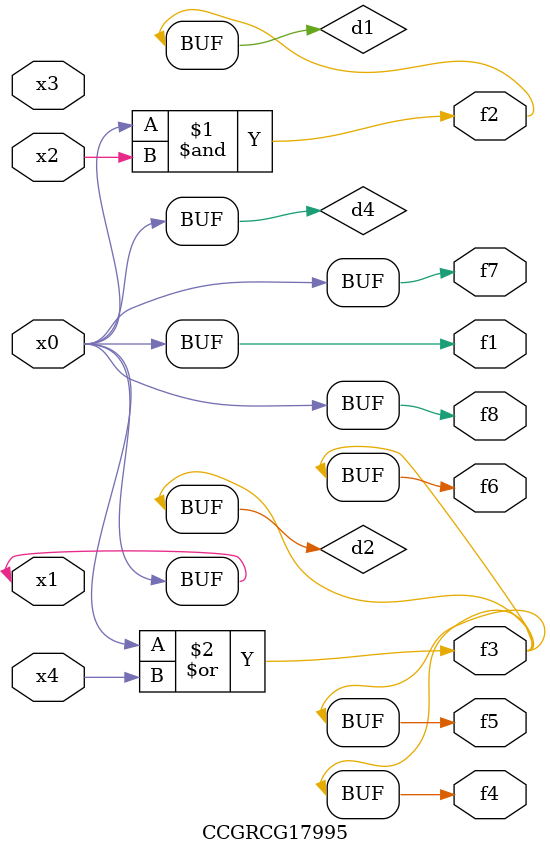
<source format=v>
module CCGRCG17995(
	input x0, x1, x2, x3, x4,
	output f1, f2, f3, f4, f5, f6, f7, f8
);

	wire d1, d2, d3, d4;

	and (d1, x0, x2);
	or (d2, x0, x4);
	nand (d3, x0, x2);
	buf (d4, x0, x1);
	assign f1 = d4;
	assign f2 = d1;
	assign f3 = d2;
	assign f4 = d2;
	assign f5 = d2;
	assign f6 = d2;
	assign f7 = d4;
	assign f8 = d4;
endmodule

</source>
